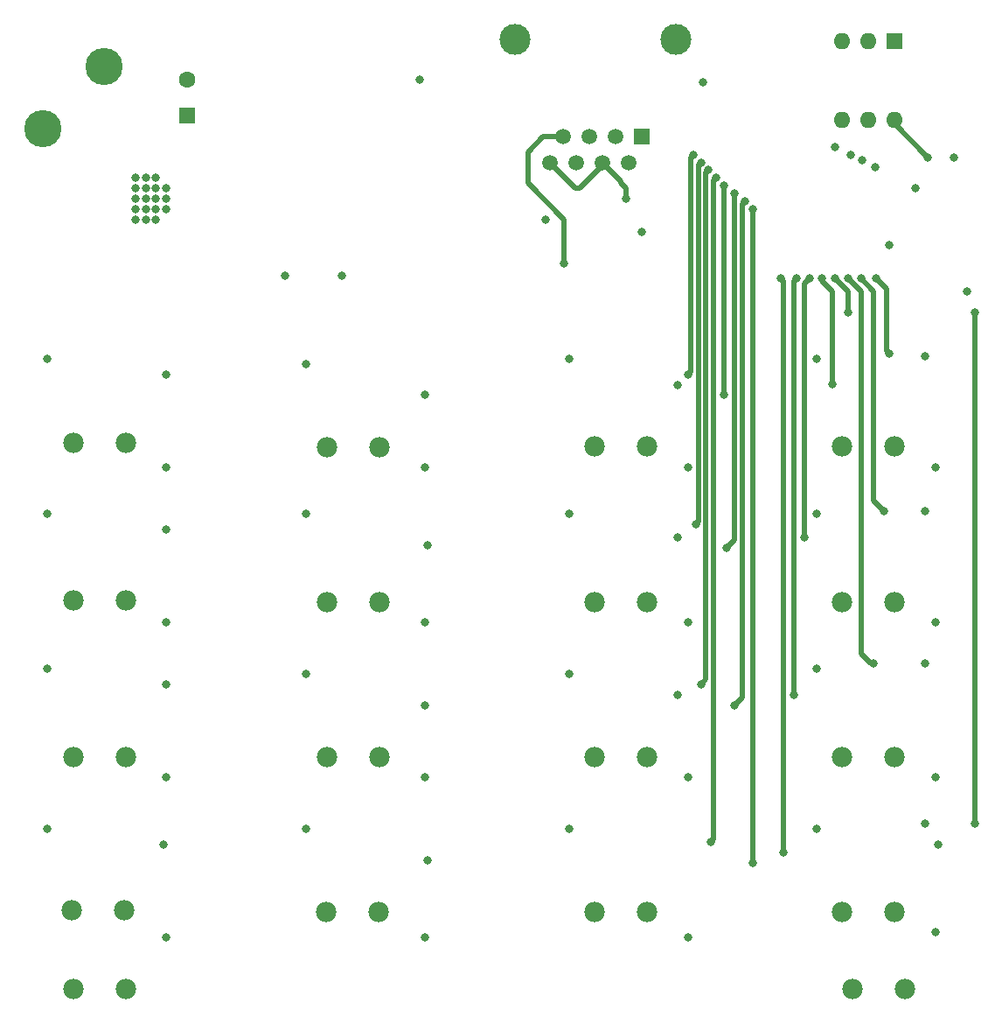
<source format=gbr>
G04 #@! TF.GenerationSoftware,KiCad,Pcbnew,(6.0.0)*
G04 #@! TF.CreationDate,2022-04-14T19:32:56-07:00*
G04 #@! TF.ProjectId,SolenoidController,536f6c65-6e6f-4696-9443-6f6e74726f6c,rev?*
G04 #@! TF.SameCoordinates,Original*
G04 #@! TF.FileFunction,Copper,L3,Inr*
G04 #@! TF.FilePolarity,Positive*
%FSLAX46Y46*%
G04 Gerber Fmt 4.6, Leading zero omitted, Abs format (unit mm)*
G04 Created by KiCad (PCBNEW (6.0.0)) date 2022-04-14 19:32:56*
%MOMM*%
%LPD*%
G01*
G04 APERTURE LIST*
G04 #@! TA.AperFunction,ComponentPad*
%ADD10C,1.980000*%
G04 #@! TD*
G04 #@! TA.AperFunction,ComponentPad*
%ADD11C,3.600000*%
G04 #@! TD*
G04 #@! TA.AperFunction,ComponentPad*
%ADD12R,1.600000X1.600000*%
G04 #@! TD*
G04 #@! TA.AperFunction,ComponentPad*
%ADD13C,1.600000*%
G04 #@! TD*
G04 #@! TA.AperFunction,ComponentPad*
%ADD14O,1.600000X1.600000*%
G04 #@! TD*
G04 #@! TA.AperFunction,ComponentPad*
%ADD15R,1.500000X1.500000*%
G04 #@! TD*
G04 #@! TA.AperFunction,ComponentPad*
%ADD16C,1.500000*%
G04 #@! TD*
G04 #@! TA.AperFunction,ComponentPad*
%ADD17C,3.000000*%
G04 #@! TD*
G04 #@! TA.AperFunction,ViaPad*
%ADD18C,0.800000*%
G04 #@! TD*
G04 #@! TA.AperFunction,Conductor*
%ADD19C,0.500000*%
G04 #@! TD*
G04 APERTURE END LIST*
D10*
X139540000Y-145500000D03*
X134460000Y-145500000D03*
X58793000Y-137867000D03*
X63873000Y-137867000D03*
X64040000Y-123000000D03*
X58960000Y-123000000D03*
X58960000Y-107895000D03*
X64040000Y-107895000D03*
X64040000Y-92655000D03*
X58960000Y-92655000D03*
X88540000Y-138000000D03*
X83460000Y-138000000D03*
X88630000Y-123000000D03*
X83550000Y-123000000D03*
X83550000Y-108000000D03*
X88630000Y-108000000D03*
X88630000Y-93020000D03*
X83550000Y-93020000D03*
X109460000Y-138000000D03*
X114540000Y-138000000D03*
X114540000Y-123000000D03*
X109460000Y-123000000D03*
X109460000Y-108000000D03*
X114540000Y-108000000D03*
X109460000Y-93000000D03*
X114540000Y-93000000D03*
X133460000Y-138000000D03*
X138540000Y-138000000D03*
X133460000Y-123000000D03*
X138540000Y-123000000D03*
X133460000Y-108000000D03*
X138540000Y-108000000D03*
X58960000Y-145500000D03*
X64040000Y-145500000D03*
X133460000Y-93000000D03*
X138540000Y-93000000D03*
D11*
X56000000Y-62230000D03*
X62000000Y-56230000D03*
D12*
X70000000Y-61000000D03*
D13*
X70000000Y-57500000D03*
D12*
X138500000Y-53750000D03*
D14*
X135960000Y-53750000D03*
X133420000Y-53750000D03*
X133420000Y-61370000D03*
X135960000Y-61370000D03*
X138500000Y-61370000D03*
D15*
X114000000Y-63000000D03*
D16*
X112730000Y-65540000D03*
X111460000Y-63000000D03*
X110190000Y-65540000D03*
X108920000Y-63000000D03*
X107650000Y-65540000D03*
X106380000Y-63000000D03*
X105110000Y-65540000D03*
D17*
X117325000Y-53600000D03*
X101785000Y-53600000D03*
D18*
X112500000Y-69000000D03*
X138000000Y-73500000D03*
X106500000Y-75250000D03*
X85000000Y-76500000D03*
X140500000Y-68000000D03*
X145500000Y-78000000D03*
X93000000Y-95000000D03*
X81500000Y-115000000D03*
X65000000Y-71000000D03*
X67000000Y-71000000D03*
X66000000Y-71000000D03*
X107000000Y-84500000D03*
X118500000Y-95000000D03*
X79500000Y-76500000D03*
X131000000Y-114500000D03*
X56500000Y-130000000D03*
X66000000Y-69000000D03*
X56500000Y-114500000D03*
X56500000Y-84500000D03*
X107000000Y-130000000D03*
X67000000Y-69000000D03*
X142500000Y-95000000D03*
X93000000Y-125000000D03*
X93000000Y-110000000D03*
X67000000Y-68000000D03*
X56500000Y-99500000D03*
X142500000Y-110000000D03*
X93000000Y-140500000D03*
X66000000Y-68000000D03*
X66000000Y-67000000D03*
X68000000Y-68000000D03*
X131000000Y-84500000D03*
X118500000Y-140500000D03*
X68000000Y-95000000D03*
X65000000Y-68000000D03*
X131000000Y-130000000D03*
X118500000Y-125000000D03*
X131000000Y-99500000D03*
X81500000Y-99500000D03*
X68000000Y-69000000D03*
X65000000Y-69000000D03*
X81500000Y-85000000D03*
X65000000Y-67000000D03*
X92500000Y-57500000D03*
X68000000Y-125000000D03*
X66000000Y-70000000D03*
X107000000Y-99500000D03*
X68000000Y-110000000D03*
X68000000Y-70000000D03*
X67000000Y-67000000D03*
X81500000Y-130000000D03*
X68000000Y-140500000D03*
X120000000Y-57750000D03*
X107000000Y-115000000D03*
X142500000Y-140000000D03*
X65000000Y-70000000D03*
X118500000Y-110000000D03*
X67000000Y-70000000D03*
X142500000Y-125000000D03*
X114000000Y-72250000D03*
X104750000Y-71000000D03*
X144250000Y-65000000D03*
X141750000Y-65000000D03*
X121250000Y-67000000D03*
X67750000Y-131500000D03*
X136635000Y-66000000D03*
X120750000Y-131250000D03*
X135365000Y-65250000D03*
X120500000Y-66250000D03*
X119750000Y-116000000D03*
X68000000Y-116000000D03*
X134250000Y-64750000D03*
X119750000Y-65500000D03*
X119250000Y-100500000D03*
X68000000Y-101000000D03*
X68000000Y-86000000D03*
X118500000Y-86000000D03*
X132750000Y-64000000D03*
X119000000Y-64750000D03*
X93250000Y-133000000D03*
X124750000Y-70000000D03*
X124750000Y-133250000D03*
X124000000Y-69250000D03*
X93000000Y-118000000D03*
X123000000Y-118000000D03*
X123000000Y-68500000D03*
X122250000Y-102750000D03*
X93250000Y-102500000D03*
X122000000Y-88000000D03*
X122000000Y-67750000D03*
X93000000Y-88000000D03*
X127500000Y-76750000D03*
X127750000Y-132250000D03*
X129000000Y-76750000D03*
X117500000Y-117000000D03*
X128750000Y-117000000D03*
X117500000Y-101750000D03*
X129750000Y-101750000D03*
X130250000Y-76750000D03*
X117510000Y-87010000D03*
X131500000Y-76750000D03*
X132500000Y-87000000D03*
X141500000Y-129500000D03*
X142750000Y-131500000D03*
X146250000Y-80000000D03*
X132750000Y-76750000D03*
X134000000Y-80000000D03*
X146250000Y-129500000D03*
X136500000Y-114000000D03*
X141500000Y-114000000D03*
X134000000Y-76750000D03*
X135250000Y-76750000D03*
X141500000Y-99250000D03*
X137500000Y-99250000D03*
X138000000Y-84000000D03*
X141500000Y-84250000D03*
X136750000Y-76750000D03*
D19*
X112000000Y-67500000D02*
X112000000Y-67350000D01*
X110190000Y-65540000D02*
X110190000Y-65810000D01*
X112000000Y-67350000D02*
X110190000Y-65540000D01*
X108000000Y-68000000D02*
X107570000Y-68000000D01*
X112500000Y-68000000D02*
X112000000Y-67500000D01*
X107570000Y-68000000D02*
X105110000Y-65540000D01*
X110190000Y-65810000D02*
X108000000Y-68000000D01*
X112500000Y-69000000D02*
X112500000Y-68000000D01*
X103000000Y-64500000D02*
X104500000Y-63000000D01*
X104500000Y-63000000D02*
X106380000Y-63000000D01*
X106500000Y-71000000D02*
X103000000Y-67500000D01*
X106500000Y-75250000D02*
X106500000Y-71000000D01*
X103000000Y-67500000D02*
X103000000Y-64500000D01*
X138500000Y-61750000D02*
X141750000Y-65000000D01*
X138500000Y-61370000D02*
X138500000Y-61750000D01*
X120750000Y-131250000D02*
X121000000Y-131000000D01*
X121000000Y-131000000D02*
X121000000Y-67250000D01*
X121000000Y-67250000D02*
X121250000Y-67000000D01*
X120250000Y-66500000D02*
X120250000Y-115500000D01*
X120500000Y-66250000D02*
X120250000Y-66500000D01*
X120250000Y-115500000D02*
X119750000Y-116000000D01*
X119500000Y-65750000D02*
X119750000Y-65500000D01*
X119250000Y-100500000D02*
X119500000Y-100250000D01*
X119500000Y-100250000D02*
X119500000Y-65750000D01*
X119000000Y-64750000D02*
X118750000Y-65000000D01*
X118750000Y-85750000D02*
X118500000Y-86000000D01*
X118750000Y-65000000D02*
X118750000Y-85750000D01*
X124750000Y-118000000D02*
X124750000Y-70000000D01*
X124750000Y-133250000D02*
X124750000Y-118000000D01*
X123750000Y-69500000D02*
X124000000Y-69250000D01*
X123000000Y-118000000D02*
X123750000Y-117250000D01*
X123750000Y-117250000D02*
X123750000Y-69500000D01*
X123000000Y-102000000D02*
X123000000Y-68500000D01*
X122250000Y-102750000D02*
X123000000Y-102000000D01*
X122000000Y-67750000D02*
X122000000Y-88000000D01*
X127750000Y-132250000D02*
X127750000Y-77000000D01*
X127750000Y-77000000D02*
X127500000Y-76750000D01*
X129000000Y-76750000D02*
X128750000Y-77000000D01*
X128750000Y-77000000D02*
X128750000Y-117000000D01*
X129750000Y-77250000D02*
X130250000Y-76750000D01*
X129750000Y-101750000D02*
X129750000Y-77250000D01*
X131500000Y-77000000D02*
X131500000Y-76750000D01*
X132500000Y-87000000D02*
X132500000Y-78000000D01*
X132500000Y-78000000D02*
X131500000Y-77000000D01*
X146250000Y-129500000D02*
X146250000Y-80000000D01*
X134000000Y-80000000D02*
X134000000Y-78000000D01*
X134000000Y-78000000D02*
X132750000Y-76750000D01*
X134000000Y-76750000D02*
X135250000Y-78000000D01*
X136250000Y-114000000D02*
X136500000Y-114000000D01*
X135250000Y-78000000D02*
X135250000Y-113000000D01*
X135250000Y-113000000D02*
X136250000Y-114000000D01*
X136500000Y-98250000D02*
X136500000Y-78000000D01*
X137500000Y-99250000D02*
X136500000Y-98250000D01*
X136500000Y-78000000D02*
X135250000Y-76750000D01*
X138000000Y-84000000D02*
X137750000Y-83750000D01*
X137750000Y-83750000D02*
X137750000Y-77750000D01*
X137750000Y-77750000D02*
X136750000Y-76750000D01*
M02*

</source>
